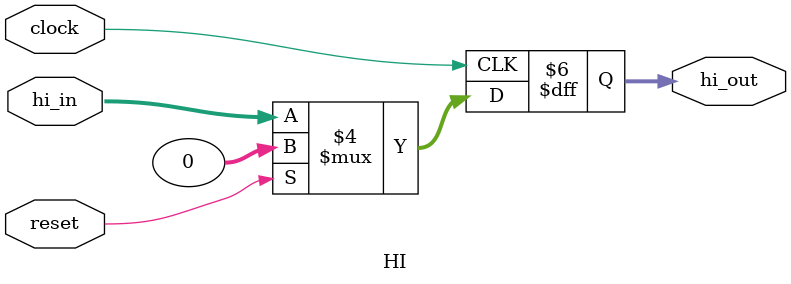
<source format=v>
module HI
(hi_in,hi_out,clock,reset);

input [31:0] hi_in;
input clock, reset;
output reg [31:0] hi_out;
	
initial begin
	hi_out = 32'b00000000000000000000000000000000;
end
always@(posedge clock)
begin
if (reset)
	hi_out = 32'b00000000000000000000000000000000;
else
	hi_out = hi_in;
end
endmodule
</source>
